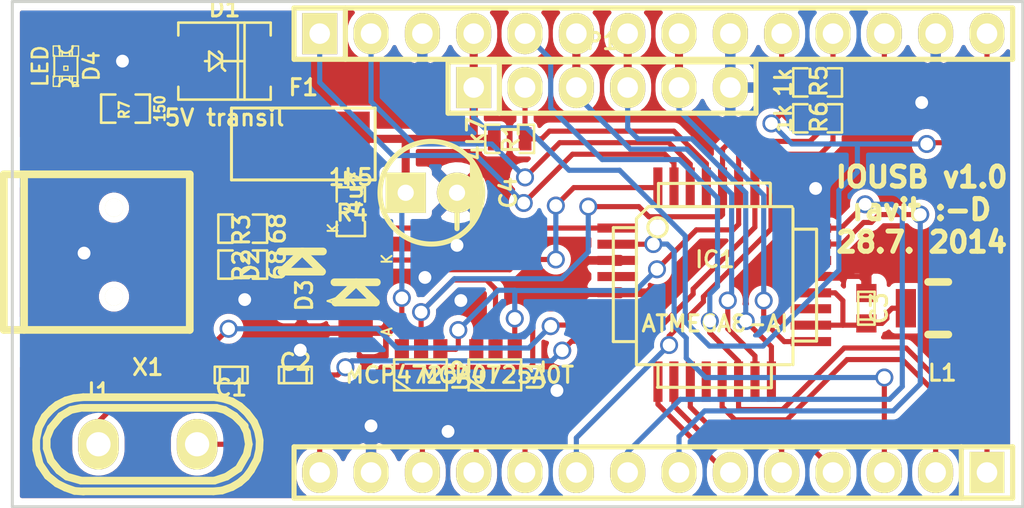
<source format=kicad_pcb>
(kicad_pcb (version 3) (host pcbnew "(2014-03-19 BZR 4756)-product")
  (layers (15 F.Cu signal) (0 B.Cu signal) (18 B.Paste user) (19 F.Paste user) (20 B.SilkS user) (21 F.SilkS user) (22 B.Mask user) (23 F.Mask user) (28 Edge.Cuts user))
  (net 0 "")
  (net 1 "Net-(C1-Pad1)")
  (net 2 GND)
  (net 3 "Net-(C2-Pad1)")
  (net 4 "Net-(C3-Pad1)")
  (net 5 VDD)
  (net 6 /D-)
  (net 7 /D+)
  (net 8 "Net-(F1-Pad2)")
  (net 9 /GPIO0)
  (net 10 /ADC1)
  (net 11 /SCK)
  (net 12 /ADC0)
  (net 13 /TXD)
  (net 14 /RXD)
  (net 15 /RESET)
  (net 16 /SCL)
  (net 17 /SDA)
  (net 18 /ADC3)
  (net 19 /ADC2)
  (net 20 /GPIO1)
  (net 21 /GPIO2)
  (net 22 /GPIO3)
  (net 23 /PWMA)
  (net 24 /~SS~/PWMB)
  (net 25 /MOSI)
  (net 26 /MISO)
  (net 27 "Net-(J1-Pad2)")
  (net 28 "Net-(J1-Pad3)")
  (net 29 /ANALOG_A)
  (net 30 /ANALOG_B)
  (net 31 "Net-(D4-Pad2)")
  (module Connect:USB_MINI_B (layer F.Cu) (at 123.246 93.696)
    (fp_text reference J1 (at 0 6.90118) (layer F.SilkS) (effects (font (size 0.8 0.8))))
    (fp_text value USB hide)
    (pad 1 smd rect (at 3.44932 -1.6002) (size 2.30124 0.50038) (layers F.Cu F.Paste F.Mask) (net 8 "Net-(F1-Pad2)"))
    (pad 2 smd rect (at 3.44932 -0.8001) (size 2.30124 0.50038) (layers F.Cu F.Paste F.Mask) (net 27 "Net-(J1-Pad2)"))
    (pad 3 smd rect (at 3.44932 0) (size 2.30124 0.50038) (layers F.Cu F.Paste F.Mask) (net 28 "Net-(J1-Pad3)"))
    (pad 5 smd rect (at 3.44932 0.8001) (size 2.30124 0.50038) (layers F.Cu F.Paste F.Mask))
    (pad 4 smd rect (at 3.44932 1.6002) (size 2.30124 0.50038) (layers F.Cu F.Paste F.Mask) (net 2 GND))
    (pad 6 smd rect (at 3.35026 -4.45008) (size 2.49936 1.99898) (layers F.Cu F.Paste F.Mask) (net 2 GND))
    (pad 7 smd rect (at -2.14884 -4.45008) (size 2.49936 1.99898) (layers F.Cu F.Paste F.Mask))
    (pad 8 smd rect (at 3.35026 4.45008) (size 2.49936 1.99898) (layers F.Cu F.Paste F.Mask))
    (pad 9 smd rect (at -2.14884 4.45008) (size 2.49936 1.99898) (layers F.Cu F.Paste F.Mask))
    (pad "" np_thru_hole circle (at 0.8509 -2.19964) (size 0.89916 0.89916) (drill 0.89916) (layers *.Cu *.Mask F.SilkS))
    (pad "" np_thru_hole circle (at 0.8509 2.19964) (size 0.89916 0.89916) (drill 0.89916) (layers *.Cu *.Mask F.SilkS))
  )
  (module Capacitors_SMD:c_0603 (layer F.Cu) (at 129.8955 99.775 180)
    (fp_text reference C1 (at 0 -0.635 180) (layer F.SilkS) (effects (font (size 0.8 0.8))))
    (fp_text value 12p hide)
    (pad 1 smd rect (at 0.75184 0 180) (size 0.89916 1.00076) (layers F.Cu F.Paste F.Mask) (net 1 "Net-(C1-Pad1)"))
    (pad 2 smd rect (at -0.75184 0 180) (size 0.89916 1.00076) (layers F.Cu F.Paste F.Mask) (net 2 GND))
  )
  (module Capacitors_SMD:c_0603 (layer F.Cu) (at 133.0705 99.775)
    (fp_text reference C2 (at 0 -0.635) (layer F.SilkS) (effects (font (size 0.8 0.8))))
    (fp_text value 12p hide)
    (pad 1 smd rect (at 0.75184 0) (size 0.89916 1.00076) (layers F.Cu F.Paste F.Mask) (net 3 "Net-(C2-Pad1)"))
    (pad 2 smd rect (at -0.75184 0) (size 0.89916 1.00076) (layers F.Cu F.Paste F.Mask) (net 2 GND))
  )
  (module Capacitors_SMD:c_0603 (layer F.Cu) (at 161.328 96.473 270)
    (fp_text reference C3 (at 0 -0.635 270) (layer F.SilkS) (effects (font (size 0.8 0.8))))
    (fp_text value 100n hide)
    (pad 1 smd rect (at 0.75184 0 270) (size 0.89916 1.00076) (layers F.Cu F.Paste F.Mask) (net 4 "Net-(C3-Pad1)"))
    (pad 2 smd rect (at -0.75184 0 270) (size 0.89916 1.00076) (layers F.Cu F.Paste F.Mask) (net 2 GND))
  )
  (module Capacitors_ThroughHole:Capacitor5x11RM2.5 (layer F.Cu) (at 139.8015 90.758 270)
    (fp_text reference C4 (at 0 -3.81 270) (layer F.SilkS) (effects (font (size 0.8 0.8))))
    (fp_text value 4u7 (at 0 3.81 270) (layer F.SilkS) (effects (font (size 0.8 0.8))))
    (pad 1 thru_hole rect (at 0 1.27 270) (size 1.99898 1.99898) (drill 0.8001) (layers *.Cu *.Mask F.SilkS) (net 5 VDD))
    (pad 2 thru_hole circle (at 0 -1.27 270) (size 1.99898 1.99898) (drill 0.8001) (layers *.Cu *.Mask F.SilkS) (net 2 GND))
  )
  (module Fuse_Holders_and_Fuses:Fuse_standard (layer F.Cu) (at 133.466 88.345 270)
    (fp_text reference F1 (at -2.794 0 360) (layer F.SilkS) (effects (font (size 0.8 0.8))))
    (fp_text value 500mA hide)
    (pad 1 smd rect (at 0 -2.286 270) (size 3.2 2) (layers F.Cu F.Paste F.Mask) (net 5 VDD))
    (pad 2 smd rect (at 0 2.286 270) (size 3.2 2) (layers F.Cu F.Paste F.Mask) (net 8 "Net-(F1-Pad2)"))
  )
  (module SMD_Packages:TQFP32 (layer F.Cu) (at 153.835 95.33)
    (fp_text reference IC1 (at 0 -1.27) (layer F.SilkS) (effects (font (size 0.8 0.8))))
    (fp_text value ATMEGA8-AI (at 0 1.905) (layer F.SilkS) (effects (font (size 0.8 0.8))))
    (pad 8 smd rect (at -4.81584 2.77622) (size 1.99898 0.44958) (layers F.Cu F.Paste F.Mask) (net 3 "Net-(C2-Pad1)"))
    (pad 7 smd rect (at -4.81584 1.97612) (size 1.99898 0.44958) (layers F.Cu F.Paste F.Mask) (net 1 "Net-(C1-Pad1)"))
    (pad 6 smd rect (at -4.81584 1.17602) (size 1.99898 0.44958) (layers F.Cu F.Paste F.Mask) (net 5 VDD))
    (pad 5 smd rect (at -4.81584 0.37592) (size 1.99898 0.44958) (layers F.Cu F.Paste F.Mask) (net 2 GND))
    (pad 4 smd rect (at -4.81584 -0.42418) (size 1.99898 0.44958) (layers F.Cu F.Paste F.Mask) (net 5 VDD))
    (pad 3 smd rect (at -4.81584 -1.22428) (size 1.99898 0.44958) (layers F.Cu F.Paste F.Mask) (net 2 GND))
    (pad 2 smd rect (at -4.81584 -2.02438) (size 1.99898 0.44958) (layers F.Cu F.Paste F.Mask) (net 9 /GPIO0))
    (pad 1 smd rect (at -4.81584 -2.82448) (size 1.99898 0.44958) (layers F.Cu F.Paste F.Mask) (net 6 /D-))
    (pad 24 smd rect (at 4.7498 -2.8194) (size 1.99898 0.44958) (layers F.Cu F.Paste F.Mask) (net 10 /ADC1))
    (pad 17 smd rect (at 4.7498 2.794) (size 1.99898 0.44958) (layers F.Cu F.Paste F.Mask) (net 11 /SCK))
    (pad 18 smd rect (at 4.7498 1.9812) (size 1.99898 0.44958) (layers F.Cu F.Paste F.Mask) (net 4 "Net-(C3-Pad1)"))
    (pad 19 smd rect (at 4.7498 1.1684) (size 1.99898 0.44958) (layers F.Cu F.Paste F.Mask))
    (pad 20 smd rect (at 4.7498 0.381) (size 1.99898 0.44958) (layers F.Cu F.Paste F.Mask) (net 4 "Net-(C3-Pad1)"))
    (pad 21 smd rect (at 4.7498 -0.4318) (size 1.99898 0.44958) (layers F.Cu F.Paste F.Mask) (net 2 GND))
    (pad 22 smd rect (at 4.7498 -1.2192) (size 1.99898 0.44958) (layers F.Cu F.Paste F.Mask))
    (pad 23 smd rect (at 4.7498 -2.032) (size 1.99898 0.44958) (layers F.Cu F.Paste F.Mask) (net 12 /ADC0))
    (pad 32 smd rect (at -2.82448 -4.826) (size 0.44958 1.99898) (layers F.Cu F.Paste F.Mask) (net 7 /D+))
    (pad 31 smd rect (at -2.02692 -4.826) (size 0.44958 1.99898) (layers F.Cu F.Paste F.Mask) (net 13 /TXD))
    (pad 30 smd rect (at -1.22428 -4.826) (size 0.44958 1.99898) (layers F.Cu F.Paste F.Mask) (net 14 /RXD))
    (pad 29 smd rect (at -0.42672 -4.826) (size 0.44958 1.99898) (layers F.Cu F.Paste F.Mask) (net 15 /RESET))
    (pad 28 smd rect (at 0.37592 -4.826) (size 0.44958 1.99898) (layers F.Cu F.Paste F.Mask) (net 16 /SCL))
    (pad 27 smd rect (at 1.17348 -4.826) (size 0.44958 1.99898) (layers F.Cu F.Paste F.Mask) (net 17 /SDA))
    (pad 26 smd rect (at 1.97612 -4.826) (size 0.44958 1.99898) (layers F.Cu F.Paste F.Mask) (net 18 /ADC3))
    (pad 25 smd rect (at 2.77368 -4.826) (size 0.44958 1.99898) (layers F.Cu F.Paste F.Mask) (net 19 /ADC2))
    (pad 9 smd rect (at -2.8194 4.7752) (size 0.44958 1.99898) (layers F.Cu F.Paste F.Mask) (net 22 /GPIO3))
    (pad 10 smd rect (at -2.032 4.7752) (size 0.44958 1.99898) (layers F.Cu F.Paste F.Mask) (net 21 /GPIO2))
    (pad 11 smd rect (at -1.2192 4.7752) (size 0.44958 1.99898) (layers F.Cu F.Paste F.Mask) (net 20 /GPIO1))
    (pad 12 smd rect (at -0.4318 4.7752) (size 0.44958 1.99898) (layers F.Cu F.Paste F.Mask))
    (pad 13 smd rect (at 0.3556 4.7752) (size 0.44958 1.99898) (layers F.Cu F.Paste F.Mask) (net 23 /PWMA))
    (pad 14 smd rect (at 1.1684 4.7752) (size 0.44958 1.99898) (layers F.Cu F.Paste F.Mask) (net 24 /~SS~/PWMB))
    (pad 15 smd rect (at 1.9812 4.7752) (size 0.44958 1.99898) (layers F.Cu F.Paste F.Mask) (net 25 /MOSI))
    (pad 16 smd rect (at 2.794 4.7752) (size 0.44958 1.99898) (layers F.Cu F.Paste F.Mask) (net 26 /MISO))
  )
  (module Inductors_NEOSID:Neosid_Inductor_SM-NE30_SMD1210 (layer F.Cu) (at 164.884 96.473 180)
    (fp_text reference L1 (at -0.20066 -3.2004 180) (layer F.SilkS) (effects (font (size 0.8 0.8))))
    (fp_text value 10uH hide)
    (pad 2 smd rect (at 1.6002 0 180) (size 1.00076 1.89992) (layers F.Cu F.Paste F.Mask) (net 4 "Net-(C3-Pad1)"))
    (pad 1 smd rect (at -1.6002 0 180) (size 1.00076 1.89992) (layers F.Cu F.Paste F.Mask) (net 5 VDD))
  )
  (module SMD_Packages:SM0603_Resistor (layer F.Cu) (at 143.675 88.091)
    (fp_text reference R1 (at 0.0635 -0.0635 90) (layer F.SilkS) (effects (font (size 0.8 0.8))))
    (fp_text value 4k7 (at -1.69926 0 90) (layer F.SilkS) (effects (font (size 0.8 0.8))))
    (pad 1 smd rect (at -0.762 0) (size 0.635 1.143) (layers F.Cu F.Paste F.Mask) (net 5 VDD))
    (pad 2 smd rect (at 0.762 0) (size 0.635 1.143) (layers F.Cu F.Paste F.Mask) (net 15 /RESET))
  )
  (module SMD_Packages:SM0603_Resistor (layer F.Cu) (at 130.467 94.314 180)
    (fp_text reference R2 (at 0.0635 -0.0635 270) (layer F.SilkS) (effects (font (size 0.8 0.8))))
    (fp_text value 68 (at -1.69926 0 270) (layer F.SilkS) (effects (font (size 0.8 0.8))))
    (pad 1 smd rect (at -0.762 0 180) (size 0.635 1.143) (layers F.Cu F.Paste F.Mask) (net 7 /D+))
    (pad 2 smd rect (at 0.762 0 180) (size 0.635 1.143) (layers F.Cu F.Paste F.Mask) (net 28 "Net-(J1-Pad3)"))
  )
  (module SMD_Packages:SM0603_Resistor (layer F.Cu) (at 130.467 92.536 180)
    (fp_text reference R3 (at 0.0635 -0.0635 270) (layer F.SilkS) (effects (font (size 0.8 0.8))))
    (fp_text value 68 (at -1.69926 0 270) (layer F.SilkS) (effects (font (size 0.8 0.8))))
    (pad 1 smd rect (at -0.762 0 180) (size 0.635 1.143) (layers F.Cu F.Paste F.Mask) (net 6 /D-))
    (pad 2 smd rect (at 0.762 0 180) (size 0.635 1.143) (layers F.Cu F.Paste F.Mask) (net 27 "Net-(J1-Pad2)"))
  )
  (module SMD_Packages:SM0603_Resistor (layer F.Cu) (at 135.816 91.695 270)
    (fp_text reference R4 (at 0.0635 -0.0635 360) (layer F.SilkS) (effects (font (size 0.8 0.8))))
    (fp_text value 1k5 (at -1.69926 0 360) (layer F.SilkS) (effects (font (size 0.8 0.8))))
    (pad 1 smd rect (at -0.762 0 270) (size 0.635 1.143) (layers F.Cu F.Paste F.Mask) (net 5 VDD))
    (pad 2 smd rect (at 0.762 0 270) (size 0.635 1.143) (layers F.Cu F.Paste F.Mask) (net 6 /D-))
  )
  (module SMD_Packages:SM0603_Resistor (layer F.Cu) (at 158.915 85.297)
    (fp_text reference R5 (at 0.0635 -0.0635 90) (layer F.SilkS) (effects (font (size 0.8 0.8))))
    (fp_text value 1k (at -1.69926 0 90) (layer F.SilkS) (effects (font (size 0.8 0.8))))
    (pad 1 smd rect (at -0.762 0) (size 0.635 1.143) (layers F.Cu F.Paste F.Mask) (net 5 VDD))
    (pad 2 smd rect (at 0.762 0) (size 0.635 1.143) (layers F.Cu F.Paste F.Mask) (net 16 /SCL))
  )
  (module SMD_Packages:SM0603_Resistor (layer F.Cu) (at 158.915 87.075)
    (fp_text reference R6 (at 0.0635 -0.0635 90) (layer F.SilkS) (effects (font (size 0.8 0.8))))
    (fp_text value 1k (at -1.69926 0 90) (layer F.SilkS) (effects (font (size 0.8 0.8))))
    (pad 1 smd rect (at -0.762 0) (size 0.635 1.143) (layers F.Cu F.Paste F.Mask) (net 5 VDD))
    (pad 2 smd rect (at 0.762 0) (size 0.635 1.143) (layers F.Cu F.Paste F.Mask) (net 17 /SDA))
  )
  (module SMD_Packages:SOT23_6 (layer F.Cu) (at 142.9765 99.775)
    (fp_text reference U1 (at 1.99898 0 90) (layer F.SilkS) (effects (font (size 0.8 0.8))))
    (fp_text value MCP4725A0T (at 0.0635 0) (layer F.SilkS) (effects (font (size 0.8 0.8))))
    (pad 6 smd rect (at -0.9525 -1.27) (size 0.70104 1.00076) (layers F.Cu F.Paste F.Mask) (net 2 GND))
    (pad 5 smd rect (at 0 -1.27) (size 0.70104 1.00076) (layers F.Cu F.Paste F.Mask) (net 16 /SCL))
    (pad 4 smd rect (at 0.9525 -1.27) (size 0.70104 1.00076) (layers F.Cu F.Paste F.Mask) (net 17 /SDA))
    (pad 3 smd rect (at 0.9525 1.27) (size 0.70104 1.00076) (layers F.Cu F.Paste F.Mask) (net 5 VDD))
    (pad 2 smd rect (at 0 1.27) (size 0.70104 1.00076) (layers F.Cu F.Paste F.Mask) (net 2 GND))
    (pad 1 smd rect (at -0.9525 1.27) (size 0.70104 1.00076) (layers F.Cu F.Paste F.Mask) (net 29 /ANALOG_A))
  )
  (module SMD_Packages:SOT23_6 (layer F.Cu) (at 139.2935 99.775)
    (fp_text reference U2 (at 1.99898 0 90) (layer F.SilkS) (effects (font (size 0.8 0.8))))
    (fp_text value MCP4725A0T (at 0.0635 0) (layer F.SilkS) (effects (font (size 0.8 0.8))))
    (pad 6 smd rect (at -0.9525 -1.27) (size 0.70104 1.00076) (layers F.Cu F.Paste F.Mask) (net 5 VDD))
    (pad 5 smd rect (at 0 -1.27) (size 0.70104 1.00076) (layers F.Cu F.Paste F.Mask) (net 16 /SCL))
    (pad 4 smd rect (at 0.9525 -1.27) (size 0.70104 1.00076) (layers F.Cu F.Paste F.Mask) (net 17 /SDA))
    (pad 3 smd rect (at 0.9525 1.27) (size 0.70104 1.00076) (layers F.Cu F.Paste F.Mask) (net 5 VDD))
    (pad 2 smd rect (at 0 1.27) (size 0.70104 1.00076) (layers F.Cu F.Paste F.Mask) (net 2 GND))
    (pad 1 smd rect (at -0.9525 1.27) (size 0.70104 1.00076) (layers F.Cu F.Paste F.Mask) (net 30 /ANALOG_B))
  )
  (module Crystals:Crystal_HC50-U_Vertical (layer F.Cu) (at 125.768 103.204)
    (fp_text reference X1 (at 0 -3.81) (layer F.SilkS) (effects (font (size 0.8 0.8))))
    (fp_text value 16MHz hide)
    (pad 1 thru_hole oval (at -2.44094 0) (size 1.99898 2.49936) (drill 1.19888) (layers *.Cu *.Mask F.SilkS) (net 1 "Net-(C1-Pad1)"))
    (pad 2 thru_hole oval (at 2.44094 0) (size 1.99898 2.49936) (drill 1.19888) (layers *.Cu *.Mask F.SilkS) (net 3 "Net-(C2-Pad1)"))
  )
  (module Diodes_SMD:Diode-MiniMELF_Standard (layer F.Cu) (at 133.388 94.314 90)
    (fp_text reference D2 (at 0 -2.54 90) (layer F.SilkS) (effects (font (size 0.8 0.8))))
    (fp_text value 3V6 hide)
    (fp_text user A (at -1.80086 1.5494 90) (layer F.SilkS) (effects (font (size 0.50038 0.50038) (thickness 0.09906))))
    (fp_text user K (at 1.80086 1.5494 90) (layer F.SilkS) (effects (font (size 0.50038 0.50038) (thickness 0.09906))))
    (pad 1 smd rect (at -1.75006 0 90) (size 1.30048 1.69926) (layers F.Cu F.Paste F.Mask) (net 2 GND))
    (pad 2 smd rect (at 1.75006 0 90) (size 1.30048 1.69926) (layers F.Cu F.Paste F.Mask) (net 6 /D-))
  )
  (module "SMD_Packages:DO-214AA(SMB)" (layer F.Cu) (at 129.566 84.245)
    (fp_text reference D1 (at 0 -2.60096) (layer F.SilkS) (effects (font (size 0.8 0.8))))
    (fp_text value "5V transil" (at 0 2.79908) (layer F.SilkS) (effects (font (size 0.8 0.8))))
    (pad 1 smd rect (at -2.0066 0) (size 1.80086 2.19964) (layers F.Cu F.Paste F.Mask) (net 2 GND))
    (pad 2 smd rect (at 2.0066 0) (size 1.80086 2.19964) (layers F.Cu F.Paste F.Mask) (net 5 VDD))
  )
  (module Diodes_SMD:Diode-MiniMELF_Standard (layer F.Cu) (at 136.055 95.838 90)
    (fp_text reference D3 (at 0 -2.54 90) (layer F.SilkS) (effects (font (size 0.8 0.8))))
    (fp_text value 3V6 hide)
    (fp_text user A (at -1.80086 1.5494 90) (layer F.SilkS) (effects (font (size 0.50038 0.50038) (thickness 0.09906))))
    (fp_text user K (at 1.80086 1.5494 90) (layer F.SilkS) (effects (font (size 0.50038 0.50038) (thickness 0.09906))))
    (pad 1 smd rect (at -1.75006 0 90) (size 1.30048 1.69926) (layers F.Cu F.Paste F.Mask) (net 2 GND))
    (pad 2 smd rect (at 1.75006 0 90) (size 1.30048 1.69926) (layers F.Cu F.Paste F.Mask) (net 7 /D+))
  )
  (module Pin_Headers:Pin_Header_Straight_1x06 (layer F.Cu) (at 148.247 85.551)
    (fp_text reference P1 (at 0 -2.286) (layer F.SilkS) (effects (font (size 0.8 0.8))))
    (fp_text value ISP hide)
    (pad 1 thru_hole rect (at -6.35 0) (size 1.7272 2.032) (drill 1.016) (layers *.Cu *.Mask F.SilkS) (net 5 VDD))
    (pad 2 thru_hole oval (at -3.81 0) (size 1.7272 2.032) (drill 1.016) (layers *.Cu *.Mask F.SilkS) (net 15 /RESET))
    (pad 3 thru_hole oval (at -1.27 0) (size 1.7272 2.032) (drill 1.016) (layers *.Cu *.Mask F.SilkS) (net 25 /MOSI))
    (pad 4 thru_hole oval (at 1.27 0) (size 1.7272 2.032) (drill 1.016) (layers *.Cu *.Mask F.SilkS) (net 26 /MISO))
    (pad 5 thru_hole oval (at 3.81 0) (size 1.7272 2.032) (drill 1.016) (layers *.Cu *.Mask F.SilkS) (net 11 /SCK))
    (pad 6 thru_hole oval (at 6.35 0) (size 1.7272 2.032) (drill 1.016) (layers *.Cu *.Mask F.SilkS) (net 2 GND))
  )
  (module Pin_Headers:Pin_Header_Straight_1x14 (layer F.Cu) (at 150.787 82.884)
    (fp_text reference P2 (at 0 -2.286) (layer F.SilkS) (effects (font (size 0.8 0.8))))
    (fp_text value Comunication hide)
    (pad 1 thru_hole rect (at -16.51 0) (size 1.7272 2.032) (drill 1.016) (layers *.Cu *.Mask F.SilkS) (net 13 /TXD))
    (pad 2 thru_hole oval (at -13.97 0) (size 1.7272 2.032) (drill 1.016) (layers *.Cu *.Mask F.SilkS) (net 14 /RXD))
    (pad 3 thru_hole oval (at -11.43 0) (size 1.7272 2.032) (drill 1.016) (layers *.Cu *.Mask F.SilkS) (net 2 GND))
    (pad 4 thru_hole oval (at -8.89 0) (size 1.7272 2.032) (drill 1.016) (layers *.Cu *.Mask F.SilkS) (net 5 VDD))
    (pad 5 thru_hole oval (at -6.35 0) (size 1.7272 2.032) (drill 1.016) (layers *.Cu *.Mask F.SilkS) (net 24 /~SS~/PWMB))
    (pad 6 thru_hole oval (at -3.81 0) (size 1.7272 2.032) (drill 1.016) (layers *.Cu *.Mask F.SilkS) (net 25 /MOSI))
    (pad 7 thru_hole oval (at -1.27 0) (size 1.7272 2.032) (drill 1.016) (layers *.Cu *.Mask F.SilkS) (net 26 /MISO))
    (pad 8 thru_hole oval (at 1.27 0) (size 1.7272 2.032) (drill 1.016) (layers *.Cu *.Mask F.SilkS) (net 11 /SCK))
    (pad 9 thru_hole oval (at 3.81 0) (size 1.7272 2.032) (drill 1.016) (layers *.Cu *.Mask F.SilkS) (net 2 GND))
    (pad 10 thru_hole oval (at 6.35 0) (size 1.7272 2.032) (drill 1.016) (layers *.Cu *.Mask F.SilkS) (net 5 VDD))
    (pad 11 thru_hole oval (at 8.89 0) (size 1.7272 2.032) (drill 1.016) (layers *.Cu *.Mask F.SilkS) (net 16 /SCL))
    (pad 12 thru_hole oval (at 11.43 0) (size 1.7272 2.032) (drill 1.016) (layers *.Cu *.Mask F.SilkS) (net 17 /SDA))
    (pad 13 thru_hole oval (at 13.97 0) (size 1.7272 2.032) (drill 1.016) (layers *.Cu *.Mask F.SilkS) (net 2 GND))
    (pad 14 thru_hole oval (at 16.51 0) (size 1.7272 2.032) (drill 1.016) (layers *.Cu *.Mask F.SilkS) (net 5 VDD))
  )
  (module Pin_Headers:Pin_Header_Straight_1x14 (layer F.Cu) (at 150.787 104.601 180)
    (fp_text reference P3 (at 0 -2.286 180) (layer F.SilkS) (effects (font (size 0.8 0.8))))
    (fp_text value Input/Output hide)
    (pad 1 thru_hole rect (at -16.51 0 180) (size 1.7272 2.032) (drill 1.016) (layers *.Cu *.Mask F.SilkS) (net 24 /~SS~/PWMB))
    (pad 2 thru_hole oval (at -13.97 0 180) (size 1.7272 2.032) (drill 1.016) (layers *.Cu *.Mask F.SilkS) (net 23 /PWMA))
    (pad 3 thru_hole oval (at -11.43 0 180) (size 1.7272 2.032) (drill 1.016) (layers *.Cu *.Mask F.SilkS) (net 9 /GPIO0))
    (pad 4 thru_hole oval (at -8.89 0 180) (size 1.7272 2.032) (drill 1.016) (layers *.Cu *.Mask F.SilkS) (net 20 /GPIO1))
    (pad 5 thru_hole oval (at -6.35 0 180) (size 1.7272 2.032) (drill 1.016) (layers *.Cu *.Mask F.SilkS) (net 21 /GPIO2))
    (pad 6 thru_hole oval (at -3.81 0 180) (size 1.7272 2.032) (drill 1.016) (layers *.Cu *.Mask F.SilkS) (net 22 /GPIO3))
    (pad 7 thru_hole oval (at -1.27 0 180) (size 1.7272 2.032) (drill 1.016) (layers *.Cu *.Mask F.SilkS) (net 12 /ADC0))
    (pad 8 thru_hole oval (at 1.27 0 180) (size 1.7272 2.032) (drill 1.016) (layers *.Cu *.Mask F.SilkS) (net 10 /ADC1))
    (pad 9 thru_hole oval (at 3.81 0 180) (size 1.7272 2.032) (drill 1.016) (layers *.Cu *.Mask F.SilkS) (net 19 /ADC2))
    (pad 10 thru_hole oval (at 6.35 0 180) (size 1.7272 2.032) (drill 1.016) (layers *.Cu *.Mask F.SilkS) (net 18 /ADC3))
    (pad 11 thru_hole oval (at 8.89 0 180) (size 1.7272 2.032) (drill 1.016) (layers *.Cu *.Mask F.SilkS) (net 29 /ANALOG_A))
    (pad 12 thru_hole oval (at 11.43 0 180) (size 1.7272 2.032) (drill 1.016) (layers *.Cu *.Mask F.SilkS) (net 30 /ANALOG_B))
    (pad 13 thru_hole oval (at 13.97 0 180) (size 1.7272 2.032) (drill 1.016) (layers *.Cu *.Mask F.SilkS) (net 2 GND))
    (pad 14 thru_hole oval (at 16.51 0 180) (size 1.7272 2.032) (drill 1.016) (layers *.Cu *.Mask F.SilkS) (net 5 VDD))
  )
  (module LEDs:LED-0805 (layer F.Cu) (at 121.716 84.495 270)
    (fp_text reference D4 (at 0 -1.27 270) (layer F.SilkS) (effects (font (size 0.762 0.762) (thickness 0.127))))
    (fp_text value LED (at 0 1.27 270) (layer F.SilkS) (effects (font (size 0.762 0.762) (thickness 0.127))))
    (pad 1 smd rect (at -1.04902 0 270) (size 1.19888 1.19888) (layers F.Cu F.Paste F.Mask) (net 2 GND))
    (pad 2 smd rect (at 1.04902 0 270) (size 1.19888 1.19888) (layers F.Cu F.Paste F.Mask) (net 31 "Net-(D4-Pad2)"))
  )
  (module SMD_Packages:SM0603_Resistor (layer F.Cu) (at 124.666 86.595 180)
    (fp_text reference R7 (at 0.0635 -0.0635 270) (layer F.SilkS) (effects (font (size 0.50038 0.4572) (thickness 0.1143))))
    (fp_text value 150 (at -1.69926 0 270) (layer F.SilkS) (effects (font (size 0.508 0.4572) (thickness 0.1143))))
    (pad 1 smd rect (at -0.762 0 180) (size 0.635 1.143) (layers F.Cu F.Paste F.Mask) (net 8 "Net-(F1-Pad2)"))
    (pad 2 smd rect (at 0.762 0 180) (size 0.635 1.143) (layers F.Cu F.Paste F.Mask) (net 31 "Net-(D4-Pad2)"))
  )
  (gr_text "IOUSB v1.0\nravit :-D\n28.7. 2014" (at 164.066 91.595) (layer F.SilkS) (effects (font (size 1 1) (thickness 0.25))))
  (gr_line (start 169.066 106.295) (end 119.066 106.295) (angle 90) (layer Edge.Cuts) (width 0.15))
  (gr_line (start 119.066 106.295) (end 119.066 81.295) (angle 90) (layer Edge.Cuts) (width 0.15))
  (gr_line (start 169.066 81.295) (end 168.816 81.295) (angle 90) (layer Edge.Cuts) (width 0.15))
  (gr_line (start 169.066 106.295) (end 169.066 81.295) (angle 90) (layer Edge.Cuts) (width 0.15))
  (gr_line (start 119.066 81.295) (end 168.816 81.295) (angle 90) (layer Edge.Cuts) (width 0.15))
  (segment (start 129.14366 99.775) (end 128.689 99.775) (width 0.254) (layer F.Cu) (net 1))
  (segment (start 125.006 100.41) (end 123.32706 102.08894) (width 0.254) (layer F.Cu) (net 1))
  (segment (start 128.054 100.41) (end 125.006 100.41) (width 0.254) (layer F.Cu) (net 1))
  (segment (start 128.689 99.775) (end 128.054 100.41) (width 0.254) (layer F.Cu) (net 1))
  (segment (start 123.32706 102.08894) (end 123.32706 103.204) (width 0.254) (layer F.Cu) (net 1))
  (segment (start 129.14366 99.775) (end 129.14366 98.11384) (width 0.254) (layer F.Cu) (net 1))
  (segment (start 145.76288 97.30612) (end 149.01916 97.30612) (width 0.254) (layer F.Cu) (net 1))
  (segment (start 145.707 97.362) (end 145.76288 97.30612) (width 0.254) (layer F.Cu) (net 1))
  (via (at 145.707 97.362) (size 0.889) (layers F.Cu B.Cu) (net 1))
  (segment (start 144.6275 98.4415) (end 145.707 97.362) (width 0.254) (layer B.Cu) (net 1))
  (segment (start 138.087 98.4415) (end 144.6275 98.4415) (width 0.254) (layer B.Cu) (net 1))
  (segment (start 137.1345 97.489) (end 138.087 98.4415) (width 0.254) (layer B.Cu) (net 1))
  (segment (start 129.7685 97.489) (end 137.1345 97.489) (width 0.254) (layer B.Cu) (net 1))
  (via (at 129.7685 97.489) (size 0.889) (layers F.Cu B.Cu) (net 1))
  (segment (start 129.14366 98.11384) (end 129.7685 97.489) (width 0.254) (layer F.Cu) (net 1))
  (via (at 122.616 93.745) (size 0.889) (layers F.Cu B.Cu) (net 2))
  (segment (start 122.616 93.745) (end 122.616 93.695) (width 0.254) (layer F.Cu) (net 2))
  (segment (start 136.055 97.58806) (end 134.02294 97.58806) (width 0.254) (layer F.Cu) (net 2))
  (via (at 133.316 98.545) (size 0.889) (layers F.Cu B.Cu) (net 2))
  (segment (start 133.316 98.295) (end 133.316 98.545) (width 0.254) (layer F.Cu) (net 2))
  (segment (start 134.02294 97.58806) (end 133.316 98.295) (width 0.254) (layer F.Cu) (net 2))
  (segment (start 127.5594 84.245) (end 124.522 84.239) (width 0.254) (layer F.Cu) (net 2))
  (via (at 124.516 84.245) (size 0.889) (layers F.Cu B.Cu) (net 2))
  (segment (start 124.522 84.239) (end 124.516 84.245) (width 0.254) (layer F.Cu) (net 2))
  (segment (start 133.388 96.06406) (end 130.58506 96.06406) (width 0.254) (layer F.Cu) (net 2))
  (via (at 130.566 96.045) (size 0.889) (layers F.Cu B.Cu) (net 2))
  (segment (start 130.58506 96.06406) (end 130.566 96.045) (width 0.254) (layer F.Cu) (net 2))
  (segment (start 154.597 85.551) (end 154.597 87.076) (width 0.254) (layer B.Cu) (net 2))
  (via (at 158.816 90.545) (size 0.889) (layers F.Cu B.Cu) (net 2))
  (segment (start 157.066 88.795) (end 158.816 90.545) (width 0.254) (layer B.Cu) (net 2))
  (segment (start 156.316 88.795) (end 157.066 88.795) (width 0.254) (layer B.Cu) (net 2))
  (segment (start 154.597 87.076) (end 156.316 88.795) (width 0.254) (layer B.Cu) (net 2))
  (segment (start 164.757 82.884) (end 164.757 85.604) (width 0.254) (layer B.Cu) (net 2))
  (via (at 164.066 86.295) (size 0.889) (layers F.Cu B.Cu) (net 2))
  (segment (start 164.757 85.604) (end 164.066 86.295) (width 0.254) (layer B.Cu) (net 2))
  (via (at 136.816 102.295) (size 0.889) (layers F.Cu B.Cu) (net 2))
  (segment (start 139.2935 100.2195) (end 139.103 100.029) (width 0.254) (layer F.Cu) (net 2))
  (segment (start 139.103 100.029) (end 137.706 100.029) (width 0.254) (layer F.Cu) (net 2))
  (segment (start 137.706 100.029) (end 136.817 100.918) (width 0.254) (layer F.Cu) (net 2))
  (segment (start 139.2935 101.045) (end 139.2935 100.2195) (width 0.254) (layer F.Cu) (net 2))
  (segment (start 136.817 102.294) (end 136.817 100.918) (width 0.254) (layer F.Cu) (net 2))
  (segment (start 136.817 102.294) (end 136.816 102.295) (width 0.254) (layer F.Cu) (net 2))
  (via (at 140.627 102.569) (size 0.889) (layers F.Cu B.Cu) (net 2))
  (segment (start 147.358 94.10572) (end 146.977 94.10572) (width 0.254) (layer F.Cu) (net 2))
  (via (at 141.0715 93.3615) (size 0.889) (layers F.Cu B.Cu) (net 2))
  (segment (start 141.135 93.425) (end 141.0715 93.3615) (width 0.254) (layer F.Cu) (net 2))
  (segment (start 141.135 93.425) (end 143.548 93.425) (width 0.254) (layer F.Cu) (net 2))
  (segment (start 143.548 93.425) (end 143.929 93.195) (width 0.254) (layer F.Cu) (net 2))
  (segment (start 143.929 93.195) (end 146.469 93.195) (width 0.254) (layer F.Cu) (net 2))
  (segment (start 146.469 93.195) (end 146.977 93.552) (width 0.254) (layer F.Cu) (net 2))
  (segment (start 146.977 94.10572) (end 146.977 93.552) (width 0.254) (layer F.Cu) (net 2))
  (segment (start 146.977 95.33) (end 146.977 94.10572) (width 0.254) (layer F.Cu) (net 2))
  (segment (start 147.35292 95.70592) (end 146.977 95.33) (width 0.254) (layer F.Cu) (net 2))
  (segment (start 149.01916 95.70592) (end 147.35292 95.70592) (width 0.254) (layer F.Cu) (net 2))
  (segment (start 147.31228 94.10572) (end 147.358 94.10572) (width 0.254) (layer F.Cu) (net 2))
  (segment (start 147.358 94.10572) (end 149.01916 94.10572) (width 0.254) (layer F.Cu) (net 2))
  (segment (start 141.0715 90.758) (end 141.0715 93.3615) (width 0.254) (layer B.Cu) (net 2))
  (via (at 139.484 94.949) (size 0.889) (layers F.Cu B.Cu) (net 2))
  (segment (start 141.0715 93.3615) (end 139.484 94.949) (width 0.254) (layer B.Cu) (net 2))
  (segment (start 142.024 98.505) (end 142.024 96.854) (width 0.254) (layer F.Cu) (net 2))
  (via (at 141.262 96.092) (size 0.889) (layers F.Cu B.Cu) (net 2))
  (segment (start 142.024 96.854) (end 141.262 96.092) (width 0.254) (layer F.Cu) (net 2))
  (segment (start 139.2935 101.045) (end 139.2935 101.8705) (width 0.254) (layer F.Cu) (net 2))
  (segment (start 142.9765 100.2195) (end 142.9765 101.045) (width 0.254) (layer F.Cu) (net 2))
  (segment (start 142.786 100.029) (end 142.9765 100.2195) (width 0.254) (layer F.Cu) (net 2))
  (segment (start 141.389 100.029) (end 142.786 100.029) (width 0.254) (layer F.Cu) (net 2))
  (segment (start 141.135 100.283) (end 141.389 100.029) (width 0.254) (layer F.Cu) (net 2))
  (segment (start 141.135 102.061) (end 141.135 100.283) (width 0.254) (layer F.Cu) (net 2))
  (segment (start 140.754 102.442) (end 140.627 102.569) (width 0.254) (layer F.Cu) (net 2))
  (segment (start 140.627 102.569) (end 141.135 102.061) (width 0.254) (layer F.Cu) (net 2))
  (segment (start 139.865 102.442) (end 140.754 102.442) (width 0.254) (layer F.Cu) (net 2))
  (segment (start 139.2935 101.8705) (end 139.865 102.442) (width 0.254) (layer F.Cu) (net 2))
  (segment (start 158.5848 94.8982) (end 161.0232 94.8982) (width 0.254) (layer F.Cu) (net 2))
  (segment (start 161.328 95.203) (end 161.328 95.72116) (width 0.254) (layer F.Cu) (net 2))
  (segment (start 161.0232 94.8982) (end 161.328 95.203) (width 0.254) (layer F.Cu) (net 2))
  (segment (start 130.64734 99.775) (end 132.31866 99.775) (width 0.254) (layer F.Cu) (net 2))
  (segment (start 142.9765 102.2555) (end 143.166 102.445) (width 0.254) (layer F.Cu) (net 2))
  (segment (start 143.166 102.445) (end 144.116 102.445) (width 0.254) (layer F.Cu) (net 2))
  (segment (start 144.116 102.445) (end 146.016 100.545) (width 0.254) (layer F.Cu) (net 2))
  (via (at 146.016 100.545) (size 0.889) (layers F.Cu B.Cu) (net 2))
  (segment (start 142.9765 101.045) (end 142.9765 102.2555) (width 0.254) (layer F.Cu) (net 2))
  (segment (start 133.82234 99.775) (end 133.82234 100.54716) (width 0.254) (layer F.Cu) (net 3))
  (segment (start 131.1655 103.204) (end 128.20894 103.204) (width 0.254) (layer F.Cu) (net 3))
  (segment (start 133.82234 100.54716) (end 131.1655 103.204) (width 0.254) (layer F.Cu) (net 3))
  (segment (start 133.82234 99.775) (end 135.166 99.775) (width 0.254) (layer F.Cu) (net 3))
  (segment (start 146.74078 98.10622) (end 149.01916 98.10622) (width 0.254) (layer F.Cu) (net 3))
  (segment (start 146.2785 98.5685) (end 146.74078 98.10622) (width 0.254) (layer F.Cu) (net 3))
  (via (at 146.2785 98.5685) (size 0.889) (layers F.Cu B.Cu) (net 3))
  (segment (start 145.7705 99.0765) (end 146.2785 98.5685) (width 0.254) (layer B.Cu) (net 3))
  (segment (start 135.8645 99.0765) (end 145.7705 99.0765) (width 0.254) (layer B.Cu) (net 3))
  (segment (start 135.547 99.394) (end 135.8645 99.0765) (width 0.254) (layer B.Cu) (net 3))
  (via (at 135.547 99.394) (size 0.889) (layers F.Cu B.Cu) (net 3))
  (segment (start 135.166 99.775) (end 135.547 99.394) (width 0.254) (layer F.Cu) (net 3))
  (segment (start 158.5848 95.711) (end 159.782 95.711) (width 0.254) (layer F.Cu) (net 4))
  (segment (start 160.166 96.095) (end 160.166 97.3112) (width 0.254) (layer F.Cu) (net 4))
  (segment (start 159.782 95.711) (end 160.166 96.095) (width 0.254) (layer F.Cu) (net 4))
  (segment (start 158.5848 97.3112) (end 160.166 97.3112) (width 0.254) (layer F.Cu) (net 4))
  (segment (start 160.166 97.3112) (end 161.24164 97.3112) (width 0.254) (layer F.Cu) (net 4))
  (segment (start 161.24164 97.3112) (end 161.328 97.22484) (width 0.254) (layer F.Cu) (net 4))
  (segment (start 161.328 97.22484) (end 162.10016 97.22484) (width 0.254) (layer F.Cu) (net 4))
  (segment (start 162.598 96.473) (end 163.2838 96.473) (width 0.254) (layer F.Cu) (net 4))
  (segment (start 162.344 96.727) (end 162.598 96.473) (width 0.254) (layer F.Cu) (net 4))
  (segment (start 162.344 96.981) (end 162.344 96.727) (width 0.254) (layer F.Cu) (net 4))
  (segment (start 162.10016 97.22484) (end 162.344 96.981) (width 0.254) (layer F.Cu) (net 4))
  (segment (start 166.4842 96.473) (end 166.4842 88.2815) (width 0.254) (layer F.Cu) (net 5))
  (segment (start 138.341 99.394) (end 137.325 99.394) (width 0.254) (layer F.Cu) (net 5))
  (segment (start 134.277 102.442) (end 134.277 104.601) (width 0.254) (layer F.Cu) (net 5))
  (segment (start 137.325 99.394) (end 134.277 102.442) (width 0.254) (layer F.Cu) (net 5))
  (segment (start 143.929 99.394) (end 143.929 101.045) (width 0.254) (layer F.Cu) (net 5))
  (segment (start 140.246 99.394) (end 143.929 99.394) (width 0.254) (layer F.Cu) (net 5))
  (segment (start 143.929 99.394) (end 144.691 99.394) (width 0.254) (layer F.Cu) (net 5))
  (segment (start 145.29298 96.50602) (end 149.01916 96.50602) (width 0.254) (layer F.Cu) (net 5))
  (segment (start 144.818 96.981) (end 145.29298 96.50602) (width 0.254) (layer F.Cu) (net 5))
  (segment (start 144.818 99.267) (end 144.818 96.981) (width 0.254) (layer F.Cu) (net 5))
  (segment (start 144.691 99.394) (end 144.818 99.267) (width 0.254) (layer F.Cu) (net 5))
  (segment (start 158.153 85.297) (end 157.137 85.297) (width 0.254) (layer F.Cu) (net 5))
  (segment (start 157.137 86.821) (end 157.137 85.297) (width 0.254) (layer F.Cu) (net 5))
  (segment (start 157.137 85.297) (end 157.137 82.884) (width 0.254) (layer F.Cu) (net 5))
  (segment (start 157.137 86.821) (end 156.629 87.329) (width 0.254) (layer F.Cu) (net 5))
  (segment (start 164.3795 88.2815) (end 166.4842 88.2815) (width 0.254) (layer F.Cu) (net 5))
  (segment (start 164.316 88.345) (end 164.3795 88.2815) (width 0.254) (layer F.Cu) (net 5))
  (via (at 164.316 88.345) (size 0.889) (layers F.Cu B.Cu) (net 5))
  (segment (start 160.8835 88.345) (end 164.316 88.345) (width 0.254) (layer B.Cu) (net 5))
  (segment (start 157.645 88.345) (end 160.8835 88.345) (width 0.254) (layer B.Cu) (net 5))
  (segment (start 156.629 87.329) (end 157.645 88.345) (width 0.254) (layer B.Cu) (net 5))
  (via (at 156.629 87.329) (size 0.889) (layers F.Cu B.Cu) (net 5))
  (segment (start 166.4842 88.2815) (end 166.4842 86.5543) (width 0.254) (layer F.Cu) (net 5))
  (segment (start 166.4842 86.5543) (end 167.297 85.7415) (width 0.254) (layer F.Cu) (net 5))
  (segment (start 167.297 85.7415) (end 167.297 82.884) (width 0.254) (layer F.Cu) (net 5))
  (segment (start 141.897 85.551) (end 141.897 82.884) (width 0.4) (layer F.Cu) (net 5))
  (segment (start 141.897 85.551) (end 141.897 88.091) (width 0.4) (layer F.Cu) (net 5))
  (segment (start 141.916 88.091) (end 142.913 88.091) (width 0.4) (layer F.Cu) (net 5))
  (segment (start 141.897 88.091) (end 141.916 88.091) (width 0.4) (layer F.Cu) (net 5))
  (segment (start 141.897 85.551) (end 141.77 85.551) (width 0.4) (layer F.Cu) (net 5))
  (segment (start 138.341 90.9485) (end 138.341 95.965) (width 0.254) (layer B.Cu) (net 5))
  (via (at 138.341 95.965) (size 0.889) (layers F.Cu B.Cu) (net 5))
  (segment (start 138.341 95.965) (end 138.341 98.505) (width 0.254) (layer F.Cu) (net 5))
  (segment (start 138.341 90.9485) (end 138.5315 90.758) (width 0.254) (layer B.Cu) (net 5))
  (segment (start 140.246 101.045) (end 140.246 99.394) (width 0.254) (layer F.Cu) (net 5))
  (segment (start 138.341 98.505) (end 138.341 99.394) (width 0.254) (layer F.Cu) (net 5))
  (segment (start 138.341 99.394) (end 140.246 99.394) (width 0.254) (layer F.Cu) (net 5))
  (segment (start 157.391 87.075) (end 158.153 87.075) (width 0.254) (layer F.Cu) (net 5))
  (segment (start 157.137 86.821) (end 157.391 87.075) (width 0.254) (layer F.Cu) (net 5))
  (segment (start 135.547 87.964) (end 135.039 87.456) (width 0.4) (layer F.Cu) (net 5))
  (segment (start 131.5726 85.4016) (end 132.016 85.845) (width 0.4) (layer F.Cu) (net 5))
  (segment (start 132.016 85.845) (end 132.616 85.845) (width 0.4) (layer F.Cu) (net 5))
  (segment (start 132.616 85.845) (end 133.366 86.595) (width 0.4) (layer F.Cu) (net 5))
  (segment (start 133.366 86.595) (end 133.366 87.795) (width 0.4) (layer F.Cu) (net 5))
  (segment (start 133.366 87.795) (end 133.916 88.345) (width 0.4) (layer F.Cu) (net 5))
  (segment (start 133.916 88.345) (end 135.752 88.345) (width 0.4) (layer F.Cu) (net 5))
  (segment (start 131.5726 84.245) (end 131.5726 85.4016) (width 0.4) (layer F.Cu) (net 5))
  (segment (start 136.006 88.091) (end 135.752 88.345) (width 0.4) (layer F.Cu) (net 5))
  (segment (start 138.5315 88.091) (end 136.006 88.091) (width 0.4) (layer F.Cu) (net 5))
  (segment (start 141.916 88.091) (end 138.5315 88.091) (width 0.4) (layer F.Cu) (net 5))
  (segment (start 138.5315 90.758) (end 138.5315 88.091) (width 0.4) (layer F.Cu) (net 5))
  (segment (start 135.752 90.869) (end 135.816 90.933) (width 0.4) (layer F.Cu) (net 5))
  (segment (start 135.816 88.409) (end 135.752 88.345) (width 0.4) (layer F.Cu) (net 5))
  (segment (start 135.816 90.933) (end 135.816 88.409) (width 0.4) (layer F.Cu) (net 5))
  (segment (start 160.8835 89.7275) (end 159.966 90.645) (width 0.254) (layer B.Cu) (net 5))
  (segment (start 159.966 90.645) (end 159.966 94.595) (width 0.254) (layer B.Cu) (net 5))
  (segment (start 159.966 94.595) (end 156.216 98.345) (width 0.254) (layer B.Cu) (net 5))
  (segment (start 156.216 98.345) (end 153.566 98.345) (width 0.254) (layer B.Cu) (net 5))
  (segment (start 153.566 98.345) (end 152.366 97.145) (width 0.254) (layer B.Cu) (net 5))
  (segment (start 152.366 97.145) (end 152.366 92.895) (width 0.254) (layer B.Cu) (net 5))
  (segment (start 152.366 92.895) (end 149.116 89.645) (width 0.254) (layer B.Cu) (net 5))
  (segment (start 149.116 89.645) (end 146.616 89.645) (width 0.254) (layer B.Cu) (net 5))
  (segment (start 146.616 89.645) (end 144.516 87.545) (width 0.254) (layer B.Cu) (net 5))
  (segment (start 144.516 87.545) (end 142.416 87.545) (width 0.254) (layer B.Cu) (net 5))
  (segment (start 142.416 87.545) (end 141.897 87.026) (width 0.254) (layer B.Cu) (net 5))
  (segment (start 141.897 87.026) (end 141.897 85.551) (width 0.254) (layer B.Cu) (net 5))
  (segment (start 160.8835 88.345) (end 160.8835 89.7275) (width 0.254) (layer B.Cu) (net 5))
  (segment (start 148.96074 92.56394) (end 149.01916 92.50552) (width 0.254) (layer F.Cu) (net 6))
  (segment (start 131.229 92.536) (end 133.36006 92.536) (width 0.254) (layer F.Cu) (net 6))
  (segment (start 133.36006 92.536) (end 133.388 92.56394) (width 0.254) (layer F.Cu) (net 6))
  (segment (start 135.70906 92.56394) (end 135.816 92.457) (width 0.254) (layer F.Cu) (net 6))
  (segment (start 133.388 92.56394) (end 135.70906 92.56394) (width 0.254) (layer F.Cu) (net 6))
  (segment (start 135.86452 92.50552) (end 135.816 92.457) (width 0.254) (layer F.Cu) (net 6))
  (segment (start 149.01916 92.50552) (end 135.86452 92.50552) (width 0.254) (layer F.Cu) (net 6))
  (segment (start 145.961 94.06) (end 144.183 94.06) (width 0.254) (layer F.Cu) (net 7))
  (segment (start 140.14694 94.08794) (end 136.055 94.08794) (width 0.254) (layer F.Cu) (net 7))
  (segment (start 140.626998 94.567998) (end 140.14694 94.08794) (width 0.254) (layer F.Cu) (net 7))
  (segment (start 143.675002 94.567998) (end 140.626998 94.567998) (width 0.254) (layer F.Cu) (net 7))
  (segment (start 144.183 94.06) (end 143.675002 94.567998) (width 0.254) (layer F.Cu) (net 7))
  (segment (start 146.85 90.504) (end 151.01052 90.504) (width 0.254) (layer F.Cu) (net 7))
  (segment (start 145.961 91.393) (end 146.85 90.504) (width 0.254) (layer F.Cu) (net 7))
  (via (at 145.961 91.393) (size 0.889) (layers F.Cu B.Cu) (net 7))
  (segment (start 145.961 94.06) (end 145.961 91.393) (width 0.254) (layer B.Cu) (net 7))
  (via (at 145.961 94.06) (size 0.889) (layers F.Cu B.Cu) (net 7))
  (segment (start 131.229 94.314) (end 135.82894 94.314) (width 0.254) (layer F.Cu) (net 7))
  (segment (start 135.82894 94.314) (end 136.055 94.08794) (width 0.254) (layer F.Cu) (net 7))
  (segment (start 128.2402 92.0708) (end 129.266 91.045) (width 0.4) (layer F.Cu) (net 8))
  (segment (start 129.266 91.045) (end 130.666 91.045) (width 0.4) (layer F.Cu) (net 8))
  (segment (start 130.666 91.045) (end 131.18 90.531) (width 0.4) (layer F.Cu) (net 8))
  (segment (start 131.18 90.531) (end 131.18 88.345) (width 0.4) (layer F.Cu) (net 8))
  (segment (start 126.69532 92.0958) (end 128.2402 92.0958) (width 0.4) (layer F.Cu) (net 8))
  (segment (start 128.2402 92.0958) (end 128.2402 92.0708) (width 0.4) (layer F.Cu) (net 8))
  (segment (start 127.366 86.595) (end 129.116 88.345) (width 0.4) (layer F.Cu) (net 8))
  (segment (start 129.116 88.345) (end 131.18 88.345) (width 0.4) (layer F.Cu) (net 8))
  (segment (start 125.428 86.595) (end 127.366 86.595) (width 0.4) (layer F.Cu) (net 8))
  (segment (start 162.217 99.902) (end 153.373 99.902) (width 0.254) (layer B.Cu) (net 9))
  (via (at 162.217 99.902) (size 0.889) (layers F.Cu B.Cu) (net 9))
  (segment (start 162.217 104.601) (end 162.217 99.902) (width 0.254) (layer F.Cu) (net 9))
  (via (at 150.787 93.298) (size 0.889) (layers F.Cu B.Cu) (net 9))
  (segment (start 150.787 93.298) (end 150.77938 93.30562) (width 0.254) (layer F.Cu) (net 9))
  (segment (start 150.77938 93.30562) (end 149.01916 93.30562) (width 0.254) (layer F.Cu) (net 9))
  (segment (start 151.469 93.298) (end 150.787 93.298) (width 0.254) (layer B.Cu) (net 9))
  (segment (start 151.816 93.645) (end 151.469 93.298) (width 0.254) (layer B.Cu) (net 9))
  (segment (start 151.816 97.345) (end 151.816 93.645) (width 0.254) (layer B.Cu) (net 9))
  (segment (start 152.416 97.945) (end 151.816 97.345) (width 0.254) (layer B.Cu) (net 9))
  (segment (start 152.416 98.945) (end 152.416 97.945) (width 0.254) (layer B.Cu) (net 9))
  (segment (start 153.373 99.902) (end 152.416 98.945) (width 0.254) (layer B.Cu) (net 9))
  (segment (start 162.217 104.601) (end 162.217 104.093) (width 0.254) (layer B.Cu) (net 9))
  (segment (start 163.106 100.3465) (end 163.106 91.8375) (width 0.254) (layer B.Cu) (net 10))
  (segment (start 149.517 103.585) (end 152.1205 100.9815) (width 0.254) (layer B.Cu) (net 10))
  (segment (start 152.1205 100.9815) (end 162.471 100.9815) (width 0.254) (layer B.Cu) (net 10))
  (segment (start 162.471 100.9815) (end 163.106 100.3465) (width 0.254) (layer B.Cu) (net 10))
  (segment (start 149.517 104.601) (end 149.517 103.585) (width 0.254) (layer B.Cu) (net 10))
  (segment (start 160.0834 92.5106) (end 158.5848 92.5106) (width 0.254) (layer F.Cu) (net 10))
  (segment (start 161.2645 91.3295) (end 160.0834 92.5106) (width 0.254) (layer F.Cu) (net 10))
  (via (at 161.2645 91.3295) (size 0.889) (layers F.Cu B.Cu) (net 10))
  (segment (start 162.598 91.3295) (end 161.2645 91.3295) (width 0.254) (layer B.Cu) (net 10))
  (segment (start 163.106 91.8375) (end 162.598 91.3295) (width 0.254) (layer B.Cu) (net 10))
  (segment (start 152.057 85.551) (end 152.057 86.694) (width 0.254) (layer B.Cu) (net 11))
  (segment (start 157.264 98.124) (end 158.5848 98.124) (width 0.254) (layer F.Cu) (net 11))
  (segment (start 156.248 97.108) (end 157.264 98.124) (width 0.254) (layer F.Cu) (net 11))
  (segment (start 156.248 96.092) (end 156.248 97.108) (width 0.254) (layer F.Cu) (net 11))
  (via (at 156.248 96.092) (size 0.889) (layers F.Cu B.Cu) (net 11))
  (segment (start 156.248 90.885) (end 156.248 96.092) (width 0.254) (layer B.Cu) (net 11))
  (segment (start 152.057 86.694) (end 156.248 90.885) (width 0.254) (layer B.Cu) (net 11))
  (segment (start 152.057 82.884) (end 152.057 85.551) (width 0.4) (layer F.Cu) (net 11))
  (segment (start 163.995 91.8375) (end 161.963 91.8375) (width 0.254) (layer F.Cu) (net 12))
  (segment (start 152.057 104.601) (end 152.057 102.823) (width 0.254) (layer B.Cu) (net 12))
  (via (at 163.995 91.8375) (size 0.889) (layers F.Cu B.Cu) (net 12))
  (segment (start 163.995 100.2195) (end 163.995 91.8375) (width 0.254) (layer B.Cu) (net 12))
  (segment (start 162.6615 101.553) (end 163.995 100.2195) (width 0.254) (layer B.Cu) (net 12))
  (segment (start 153.327 101.553) (end 162.6615 101.553) (width 0.254) (layer B.Cu) (net 12))
  (segment (start 152.057 102.823) (end 153.327 101.553) (width 0.254) (layer B.Cu) (net 12))
  (segment (start 161.191038 92.228462) (end 160.1215 93.298) (width 0.254) (layer F.Cu) (net 12))
  (segment (start 161.572038 92.228462) (end 161.191038 92.228462) (width 0.254) (layer F.Cu) (net 12))
  (segment (start 161.963 91.8375) (end 161.572038 92.228462) (width 0.254) (layer F.Cu) (net 12))
  (segment (start 160.1215 93.298) (end 158.5848 93.298) (width 0.254) (layer F.Cu) (net 12))
  (segment (start 151.80808 90.504) (end 151.80808 89.30258) (width 0.254) (layer F.Cu) (net 13))
  (segment (start 134.277 85.297) (end 134.277 82.884) (width 0.254) (layer B.Cu) (net 13))
  (segment (start 137.8965 88.9165) (end 134.277 85.297) (width 0.254) (layer B.Cu) (net 13))
  (segment (start 142.024 88.9165) (end 137.8965 88.9165) (width 0.254) (layer B.Cu) (net 13))
  (segment (start 144.3735 91.266) (end 142.024 88.9165) (width 0.254) (layer B.Cu) (net 13))
  (via (at 144.3735 91.266) (size 0.889) (layers F.Cu B.Cu) (net 13))
  (segment (start 146.7865 88.853) (end 144.3735 91.266) (width 0.254) (layer F.Cu) (net 13))
  (segment (start 151.3585 88.853) (end 146.7865 88.853) (width 0.254) (layer F.Cu) (net 13))
  (segment (start 151.80808 89.30258) (end 151.3585 88.853) (width 0.254) (layer F.Cu) (net 13))
  (segment (start 152.61072 90.504) (end 152.61072 89.34322) (width 0.254) (layer F.Cu) (net 14))
  (segment (start 136.817 86.2495) (end 136.817 82.884) (width 0.254) (layer B.Cu) (net 14))
  (segment (start 138.9125 88.345) (end 136.817 86.2495) (width 0.254) (layer B.Cu) (net 14))
  (segment (start 142.786 88.345) (end 138.9125 88.345) (width 0.254) (layer B.Cu) (net 14))
  (segment (start 144.437 89.996) (end 142.786 88.345) (width 0.254) (layer B.Cu) (net 14))
  (via (at 144.437 89.996) (size 0.889) (layers F.Cu B.Cu) (net 14))
  (segment (start 146.1515 88.2815) (end 144.437 89.996) (width 0.254) (layer F.Cu) (net 14))
  (segment (start 151.549 88.2815) (end 146.1515 88.2815) (width 0.254) (layer F.Cu) (net 14))
  (segment (start 152.61072 89.34322) (end 151.549 88.2815) (width 0.254) (layer F.Cu) (net 14))
  (segment (start 153.40828 90.504) (end 153.40828 89.31528) (width 0.254) (layer F.Cu) (net 15))
  (segment (start 145.2625 88.091) (end 144.437 88.091) (width 0.254) (layer F.Cu) (net 15))
  (segment (start 145.6435 87.71) (end 145.2625 88.091) (width 0.254) (layer F.Cu) (net 15))
  (segment (start 151.803 87.71) (end 145.6435 87.71) (width 0.254) (layer F.Cu) (net 15))
  (segment (start 153.40828 89.31528) (end 151.803 87.71) (width 0.254) (layer F.Cu) (net 15))
  (segment (start 144.437 85.551) (end 144.437 88.091) (width 0.254) (layer F.Cu) (net 15))
  (segment (start 140.9445 95.0125) (end 146.2485 95.0125) (width 0.254) (layer B.Cu) (net 16))
  (segment (start 139.2935 96.6635) (end 140.9445 95.0125) (width 0.254) (layer B.Cu) (net 16))
  (via (at 139.2935 96.6635) (size 0.889) (layers F.Cu B.Cu) (net 16))
  (segment (start 154.21092 91.84258) (end 154.21092 90.504) (width 0.254) (layer F.Cu) (net 16))
  (segment (start 154.1085 91.945) (end 154.21092 91.84258) (width 0.254) (layer F.Cu) (net 16))
  (segment (start 150.566 91.945) (end 154.1085 91.945) (width 0.254) (layer F.Cu) (net 16))
  (segment (start 150.066 91.445) (end 150.566 91.945) (width 0.254) (layer F.Cu) (net 16))
  (segment (start 147.566 91.445) (end 150.066 91.445) (width 0.254) (layer F.Cu) (net 16))
  (via (at 147.566 91.445) (size 0.889) (layers F.Cu B.Cu) (net 16))
  (segment (start 147.566 93.695) (end 147.566 91.445) (width 0.254) (layer B.Cu) (net 16))
  (segment (start 146.2485 95.0125) (end 147.566 93.695) (width 0.254) (layer B.Cu) (net 16))
  (segment (start 142.9765 98.505) (end 142.9765 95.5205) (width 0.254) (layer F.Cu) (net 16))
  (segment (start 140.881 95.076) (end 139.2935 96.6635) (width 0.254) (layer F.Cu) (net 16))
  (segment (start 142.532 95.076) (end 140.881 95.076) (width 0.254) (layer F.Cu) (net 16))
  (segment (start 142.9765 95.5205) (end 142.532 95.076) (width 0.254) (layer F.Cu) (net 16))
  (segment (start 139.2935 96.6635) (end 139.2935 98.505) (width 0.254) (layer F.Cu) (net 16))
  (segment (start 159.677 85.297) (end 159.296 85.297) (width 0.254) (layer F.Cu) (net 16))
  (segment (start 159.296 85.297) (end 158.915 85.678) (width 0.254) (layer F.Cu) (net 16))
  (segment (start 158.915 85.678) (end 158.915 87.837) (width 0.254) (layer F.Cu) (net 16))
  (segment (start 158.915 87.837) (end 158.534 88.218) (width 0.254) (layer F.Cu) (net 16))
  (segment (start 158.534 88.218) (end 154.597 88.218) (width 0.254) (layer F.Cu) (net 16))
  (segment (start 154.597 88.218) (end 154.21092 88.60408) (width 0.254) (layer F.Cu) (net 16))
  (segment (start 154.21092 88.60408) (end 154.21092 90.504) (width 0.254) (layer F.Cu) (net 16))
  (segment (start 159.677 82.884) (end 159.677 85.297) (width 0.254) (layer F.Cu) (net 16))
  (segment (start 143.929 95.595) (end 149.916 95.595) (width 0.254) (layer B.Cu) (net 17))
  (segment (start 155.00848 92.31502) (end 155.00848 90.504) (width 0.254) (layer F.Cu) (net 17))
  (segment (start 154.7285 92.595) (end 155.00848 92.31502) (width 0.254) (layer F.Cu) (net 17))
  (segment (start 152.916 92.595) (end 154.7285 92.595) (width 0.254) (layer F.Cu) (net 17))
  (segment (start 150.966 94.545) (end 152.916 92.595) (width 0.254) (layer F.Cu) (net 17))
  (via (at 150.966 94.545) (size 0.889) (layers F.Cu B.Cu) (net 17))
  (segment (start 149.916 95.595) (end 150.966 94.545) (width 0.254) (layer B.Cu) (net 17))
  (segment (start 143.929 98.505) (end 143.929 96.981) (width 0.254) (layer F.Cu) (net 17))
  (segment (start 143.929 96.981) (end 143.929 95.595) (width 0.254) (layer B.Cu) (net 17))
  (segment (start 143.929 95.595) (end 143.929 95.584) (width 0.254) (layer B.Cu) (net 17))
  (via (at 143.929 96.981) (size 0.889) (layers F.Cu B.Cu) (net 17))
  (segment (start 143.929 95.584) (end 143.1035 95.584) (width 0.254) (layer B.Cu) (net 17))
  (segment (start 141.008 98.505) (end 140.246 98.505) (width 0.254) (layer F.Cu) (net 17))
  (segment (start 141.135 98.378) (end 141.008 98.505) (width 0.254) (layer F.Cu) (net 17))
  (segment (start 141.135 97.5525) (end 141.135 98.378) (width 0.254) (layer F.Cu) (net 17))
  (via (at 141.135 97.5525) (size 0.889) (layers F.Cu B.Cu) (net 17))
  (segment (start 143.1035 95.584) (end 141.135 97.5525) (width 0.254) (layer B.Cu) (net 17))
  (segment (start 155.00848 90.504) (end 155.00848 88.949522) (width 0.254) (layer F.Cu) (net 17))
  (segment (start 155.00848 88.949522) (end 155.105002 88.853) (width 0.254) (layer F.Cu) (net 17))
  (segment (start 155.105002 88.853) (end 159.042 88.853) (width 0.254) (layer F.Cu) (net 17))
  (segment (start 159.042 88.853) (end 159.677 88.218) (width 0.254) (layer F.Cu) (net 17))
  (segment (start 159.677 88.218) (end 159.677 87.075) (width 0.254) (layer F.Cu) (net 17))
  (segment (start 162.217 82.884) (end 162.217 85.678) (width 0.254) (layer F.Cu) (net 17))
  (segment (start 160.82 87.075) (end 159.677 87.075) (width 0.254) (layer F.Cu) (net 17))
  (segment (start 162.217 85.678) (end 160.82 87.075) (width 0.254) (layer F.Cu) (net 17))
  (segment (start 152.7555 95.7745) (end 150.66 97.87) (width 0.254) (layer F.Cu) (net 18))
  (segment (start 155.81112 90.504) (end 155.81112 92.46488) (width 0.254) (layer F.Cu) (net 18))
  (segment (start 144.437 103.204) (end 144.437 104.601) (width 0.254) (layer F.Cu) (net 18))
  (segment (start 145.0085 102.6325) (end 144.437 103.204) (width 0.254) (layer F.Cu) (net 18))
  (segment (start 146.342 102.6325) (end 145.0085 102.6325) (width 0.254) (layer F.Cu) (net 18))
  (segment (start 150.66 98.3145) (end 146.342 102.6325) (width 0.254) (layer F.Cu) (net 18))
  (segment (start 150.66 97.87) (end 150.66 98.3145) (width 0.254) (layer F.Cu) (net 18))
  (segment (start 152.7555 95.5205) (end 152.7555 95.7745) (width 0.254) (layer F.Cu) (net 18))
  (segment (start 155.81112 92.46488) (end 152.7555 95.5205) (width 0.254) (layer F.Cu) (net 18))
  (segment (start 156.60868 90.504) (end 156.60868 92.55632) (width 0.254) (layer F.Cu) (net 19))
  (segment (start 146.977 102.8865) (end 146.977 104.601) (width 0.254) (layer B.Cu) (net 19))
  (segment (start 151.566 98.295) (end 146.977 102.8865) (width 0.254) (layer B.Cu) (net 19))
  (via (at 151.566 98.295) (size 0.889) (layers F.Cu B.Cu) (net 19))
  (segment (start 151.566 97.8505) (end 151.566 98.295) (width 0.254) (layer F.Cu) (net 19))
  (segment (start 153.2635 96.1555) (end 151.566 97.8505) (width 0.254) (layer F.Cu) (net 19))
  (segment (start 153.2635 95.9015) (end 153.2635 96.1555) (width 0.254) (layer F.Cu) (net 19))
  (segment (start 156.60868 92.55632) (end 153.2635 95.9015) (width 0.254) (layer F.Cu) (net 19))
  (segment (start 152.6158 100.1052) (end 152.6158 101.35869) (width 0.254) (layer F.Cu) (net 20))
  (segment (start 152.6158 101.35869) (end 153.758821 102.501711) (width 0.254) (layer F.Cu) (net 20))
  (segment (start 153.758821 102.501711) (end 157.730111 102.501711) (width 0.254) (layer F.Cu) (net 20))
  (segment (start 157.730111 102.501711) (end 159.677 104.4486) (width 0.254) (layer F.Cu) (net 20))
  (segment (start 159.677 104.4486) (end 159.677 104.601) (width 0.254) (layer F.Cu) (net 20))
  (segment (start 151.803 100.1052) (end 151.803 101.299) (width 0.254) (layer F.Cu) (net 21))
  (segment (start 157.137 103.458) (end 157.137 104.601) (width 0.254) (layer F.Cu) (net 21))
  (segment (start 156.6925 103.0135) (end 157.137 103.458) (width 0.254) (layer F.Cu) (net 21))
  (segment (start 153.5175 103.0135) (end 156.6925 103.0135) (width 0.254) (layer F.Cu) (net 21))
  (segment (start 151.803 101.299) (end 153.5175 103.0135) (width 0.254) (layer F.Cu) (net 21))
  (segment (start 151.0156 100.1052) (end 151.0156 101.230024) (width 0.254) (layer F.Cu) (net 22))
  (segment (start 151.0156 101.230024) (end 154.386576 104.601) (width 0.254) (layer F.Cu) (net 22))
  (segment (start 154.386576 104.601) (end 154.597 104.601) (width 0.254) (layer F.Cu) (net 22))
  (segment (start 154.825611 101.993701) (end 157.394799 101.993701) (width 0.254) (layer F.Cu) (net 23))
  (segment (start 154.1906 100.1052) (end 154.1906 101.35869) (width 0.254) (layer F.Cu) (net 23))
  (segment (start 154.825611 101.993701) (end 154.1906 101.35869) (width 0.254) (layer F.Cu) (net 23))
  (segment (start 164.757 100.664) (end 164.757 104.601) (width 0.254) (layer F.Cu) (net 23))
  (segment (start 163.106 99.013) (end 164.757 100.664) (width 0.254) (layer F.Cu) (net 23))
  (segment (start 160.3755 99.013) (end 163.106 99.013) (width 0.254) (layer F.Cu) (net 23))
  (segment (start 157.394799 101.993701) (end 160.3755 99.013) (width 0.254) (layer F.Cu) (net 23))
  (segment (start 164.757 104.601) (end 164.757 104.4486) (width 0.254) (layer F.Cu) (net 23))
  (segment (start 155.101191 101.485691) (end 157.184385 101.485691) (width 0.254) (layer F.Cu) (net 24))
  (segment (start 167.297 104.601) (end 167.297 102.442) (width 0.254) (layer F.Cu) (net 24))
  (segment (start 155.101191 101.485691) (end 155.0034 101.3879) (width 0.254) (layer F.Cu) (net 24))
  (segment (start 155.0034 101.3879) (end 155.0034 100.1052) (width 0.254) (layer F.Cu) (net 24))
  (segment (start 163.2965 98.4415) (end 167.297 102.442) (width 0.254) (layer F.Cu) (net 24))
  (segment (start 160.228576 98.4415) (end 163.2965 98.4415) (width 0.254) (layer F.Cu) (net 24))
  (segment (start 157.184385 101.485691) (end 160.228576 98.4415) (width 0.254) (layer F.Cu) (net 24))
  (segment (start 145.707 84.154) (end 145.707 86.567) (width 0.254) (layer B.Cu) (net 24))
  (segment (start 144.437 82.884) (end 145.707 84.154) (width 0.254) (layer B.Cu) (net 24))
  (segment (start 155.0034 99.1019) (end 155.0034 100.1052) (width 0.254) (layer F.Cu) (net 24))
  (segment (start 153.581 97.6795) (end 155.0034 99.1019) (width 0.254) (layer F.Cu) (net 24))
  (segment (start 153.581 97.108) (end 153.581 97.6795) (width 0.254) (layer F.Cu) (net 24))
  (via (at 153.581 97.108) (size 0.889) (layers F.Cu B.Cu) (net 24))
  (segment (start 153.581 95.7745) (end 153.581 97.108) (width 0.254) (layer B.Cu) (net 24))
  (segment (start 153.962 95.3935) (end 153.581 95.7745) (width 0.254) (layer B.Cu) (net 24))
  (segment (start 153.962 91.012) (end 153.962 95.3935) (width 0.254) (layer B.Cu) (net 24))
  (segment (start 152.066963 89.116963) (end 153.962 91.012) (width 0.254) (layer B.Cu) (net 24))
  (segment (start 148.256963 89.116963) (end 152.066963 89.116963) (width 0.254) (layer B.Cu) (net 24))
  (segment (start 145.707 86.567) (end 148.256963 89.116963) (width 0.254) (layer B.Cu) (net 24))
  (segment (start 155.8162 98.8352) (end 154.47 97.489) (width 0.254) (layer F.Cu) (net 25))
  (segment (start 154.6605 90.821502) (end 152.438 88.599002) (width 0.254) (layer B.Cu) (net 25))
  (segment (start 152.438 88.599002) (end 149.644002 88.599002) (width 0.254) (layer B.Cu) (net 25))
  (segment (start 146.977 85.932) (end 149.644002 88.599002) (width 0.254) (layer B.Cu) (net 25))
  (segment (start 155.8162 98.8352) (end 155.8162 100.1052) (width 0.254) (layer F.Cu) (net 25))
  (segment (start 154.6605 95.9015) (end 154.6605 90.821502) (width 0.254) (layer B.Cu) (net 25))
  (segment (start 154.47 96.092) (end 154.6605 95.9015) (width 0.254) (layer B.Cu) (net 25))
  (via (at 154.47 96.092) (size 0.889) (layers F.Cu B.Cu) (net 25))
  (segment (start 154.47 97.489) (end 154.47 96.092) (width 0.254) (layer F.Cu) (net 25))
  (segment (start 146.977 85.932) (end 146.977 85.551) (width 0.254) (layer B.Cu) (net 25))
  (segment (start 146.977 82.884) (end 146.977 85.551) (width 0.4) (layer F.Cu) (net 25))
  (segment (start 155.359 97.108) (end 155.359 90.758) (width 0.254) (layer B.Cu) (net 26))
  (segment (start 156.629 98.378) (end 155.359 97.108) (width 0.254) (layer F.Cu) (net 26))
  (via (at 155.359 97.108) (size 0.889) (layers F.Cu B.Cu) (net 26))
  (segment (start 156.629 100.1052) (end 156.629 98.378) (width 0.254) (layer F.Cu) (net 26))
  (segment (start 149.517 87.583) (end 149.517 85.551) (width 0.254) (layer B.Cu) (net 26))
  (segment (start 150.025 88.091) (end 149.517 87.583) (width 0.254) (layer B.Cu) (net 26))
  (segment (start 152.692 88.091) (end 150.025 88.091) (width 0.254) (layer B.Cu) (net 26))
  (segment (start 155.359 90.758) (end 152.692 88.091) (width 0.254) (layer B.Cu) (net 26))
  (segment (start 149.517 82.884) (end 149.517 85.551) (width 0.4) (layer F.Cu) (net 26))
  (segment (start 126.69532 92.8959) (end 128.3291 92.8959) (width 0.254) (layer F.Cu) (net 27))
  (segment (start 128.689 92.536) (end 129.705 92.536) (width 0.254) (layer F.Cu) (net 27))
  (segment (start 128.3291 92.8959) (end 128.689 92.536) (width 0.254) (layer F.Cu) (net 27))
  (segment (start 126.69532 93.696) (end 128.325 93.696) (width 0.254) (layer F.Cu) (net 28))
  (segment (start 128.943 94.314) (end 129.705 94.314) (width 0.254) (layer F.Cu) (net 28))
  (segment (start 128.325 93.696) (end 128.943 94.314) (width 0.254) (layer F.Cu) (net 28))
  (segment (start 142.024 101.045) (end 142.024 104.474) (width 0.254) (layer F.Cu) (net 29))
  (segment (start 142.024 104.474) (end 141.897 104.601) (width 0.254) (layer F.Cu) (net 29))
  (segment (start 138.341 101.045) (end 138.341 102.315) (width 0.254) (layer F.Cu) (net 30))
  (segment (start 139.357 103.331) (end 139.357 104.601) (width 0.254) (layer F.Cu) (net 30))
  (segment (start 138.341 102.315) (end 139.357 103.331) (width 0.254) (layer F.Cu) (net 30))
  (segment (start 121.716 86.245) (end 122.066 86.595) (width 0.4) (layer F.Cu) (net 31))
  (segment (start 122.066 86.595) (end 123.904 86.595) (width 0.4) (layer F.Cu) (net 31))
  (segment (start 121.716 85.54402) (end 121.716 86.245) (width 0.4) (layer F.Cu) (net 31))
  (zone (net 2) (net_name GND) (layer F.Cu) (connect_pads (clearance 0.3)) (min_thickness 0.2) (fill (arc_segments 32) (thermal_gap 0.508) (thermal_bridge_width 0.508))
    (polygon (pts (xy 168.44 105.871) (xy 119.418 105.871) (xy 119.418 81.741) (xy 168.44 81.741) (xy 168.44 105.871)))
  )
  (zone (net 2) (net_name GND) (layer B.Cu) (connect_pads (clearance 0.3)) (min_thickness 0.2) (fill (arc_segments 32) (thermal_gap 0.508) (thermal_bridge_width 0.508))
    (polygon (pts (xy 168.44 105.871) (xy 119.418 105.871) (xy 119.418 81.741) (xy 168.44 81.741)))
  )
)
</source>
